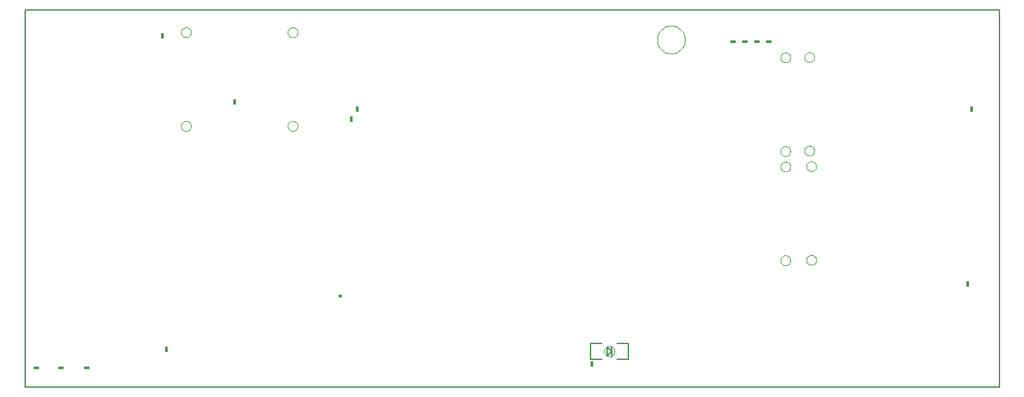
<source format=gbo>
G75*
%MOIN*%
%OFA0B0*%
%FSLAX24Y24*%
%IPPOS*%
%LPD*%
%AMOC8*
5,1,8,0,0,1.08239X$1,22.5*
%
%ADD10C,0.0050*%
%ADD11C,0.0000*%
%ADD12R,0.0300X0.0150*%
%ADD13C,0.0150*%
%ADD14C,0.0010*%
%ADD15R,0.0150X0.0300*%
%ADD16C,0.0080*%
D10*
X006173Y006893D02*
X055173Y006893D01*
X055173Y025893D01*
X006173Y025893D01*
X006173Y006893D01*
D11*
X014023Y020043D02*
X014025Y020074D01*
X014031Y020105D01*
X014041Y020135D01*
X014054Y020163D01*
X014071Y020190D01*
X014091Y020214D01*
X014114Y020236D01*
X014139Y020254D01*
X014167Y020269D01*
X014196Y020281D01*
X014226Y020289D01*
X014257Y020293D01*
X014289Y020293D01*
X014320Y020289D01*
X014350Y020281D01*
X014379Y020269D01*
X014407Y020254D01*
X014432Y020236D01*
X014455Y020214D01*
X014475Y020190D01*
X014492Y020163D01*
X014505Y020135D01*
X014515Y020105D01*
X014521Y020074D01*
X014523Y020043D01*
X014521Y020012D01*
X014515Y019981D01*
X014505Y019951D01*
X014492Y019923D01*
X014475Y019896D01*
X014455Y019872D01*
X014432Y019850D01*
X014407Y019832D01*
X014379Y019817D01*
X014350Y019805D01*
X014320Y019797D01*
X014289Y019793D01*
X014257Y019793D01*
X014226Y019797D01*
X014196Y019805D01*
X014167Y019817D01*
X014139Y019832D01*
X014114Y019850D01*
X014091Y019872D01*
X014071Y019896D01*
X014054Y019923D01*
X014041Y019951D01*
X014031Y019981D01*
X014025Y020012D01*
X014023Y020043D01*
X019393Y020043D02*
X019395Y020074D01*
X019401Y020105D01*
X019411Y020135D01*
X019424Y020163D01*
X019441Y020190D01*
X019461Y020214D01*
X019484Y020236D01*
X019509Y020254D01*
X019537Y020269D01*
X019566Y020281D01*
X019596Y020289D01*
X019627Y020293D01*
X019659Y020293D01*
X019690Y020289D01*
X019720Y020281D01*
X019749Y020269D01*
X019777Y020254D01*
X019802Y020236D01*
X019825Y020214D01*
X019845Y020190D01*
X019862Y020163D01*
X019875Y020135D01*
X019885Y020105D01*
X019891Y020074D01*
X019893Y020043D01*
X019891Y020012D01*
X019885Y019981D01*
X019875Y019951D01*
X019862Y019923D01*
X019845Y019896D01*
X019825Y019872D01*
X019802Y019850D01*
X019777Y019832D01*
X019749Y019817D01*
X019720Y019805D01*
X019690Y019797D01*
X019659Y019793D01*
X019627Y019793D01*
X019596Y019797D01*
X019566Y019805D01*
X019537Y019817D01*
X019509Y019832D01*
X019484Y019850D01*
X019461Y019872D01*
X019441Y019896D01*
X019424Y019923D01*
X019411Y019951D01*
X019401Y019981D01*
X019395Y020012D01*
X019393Y020043D01*
X019393Y024763D02*
X019395Y024794D01*
X019401Y024825D01*
X019411Y024855D01*
X019424Y024883D01*
X019441Y024910D01*
X019461Y024934D01*
X019484Y024956D01*
X019509Y024974D01*
X019537Y024989D01*
X019566Y025001D01*
X019596Y025009D01*
X019627Y025013D01*
X019659Y025013D01*
X019690Y025009D01*
X019720Y025001D01*
X019749Y024989D01*
X019777Y024974D01*
X019802Y024956D01*
X019825Y024934D01*
X019845Y024910D01*
X019862Y024883D01*
X019875Y024855D01*
X019885Y024825D01*
X019891Y024794D01*
X019893Y024763D01*
X019891Y024732D01*
X019885Y024701D01*
X019875Y024671D01*
X019862Y024643D01*
X019845Y024616D01*
X019825Y024592D01*
X019802Y024570D01*
X019777Y024552D01*
X019749Y024537D01*
X019720Y024525D01*
X019690Y024517D01*
X019659Y024513D01*
X019627Y024513D01*
X019596Y024517D01*
X019566Y024525D01*
X019537Y024537D01*
X019509Y024552D01*
X019484Y024570D01*
X019461Y024592D01*
X019441Y024616D01*
X019424Y024643D01*
X019411Y024671D01*
X019401Y024701D01*
X019395Y024732D01*
X019393Y024763D01*
X014023Y024763D02*
X014025Y024794D01*
X014031Y024825D01*
X014041Y024855D01*
X014054Y024883D01*
X014071Y024910D01*
X014091Y024934D01*
X014114Y024956D01*
X014139Y024974D01*
X014167Y024989D01*
X014196Y025001D01*
X014226Y025009D01*
X014257Y025013D01*
X014289Y025013D01*
X014320Y025009D01*
X014350Y025001D01*
X014379Y024989D01*
X014407Y024974D01*
X014432Y024956D01*
X014455Y024934D01*
X014475Y024910D01*
X014492Y024883D01*
X014505Y024855D01*
X014515Y024825D01*
X014521Y024794D01*
X014523Y024763D01*
X014521Y024732D01*
X014515Y024701D01*
X014505Y024671D01*
X014492Y024643D01*
X014475Y024616D01*
X014455Y024592D01*
X014432Y024570D01*
X014407Y024552D01*
X014379Y024537D01*
X014350Y024525D01*
X014320Y024517D01*
X014289Y024513D01*
X014257Y024513D01*
X014226Y024517D01*
X014196Y024525D01*
X014167Y024537D01*
X014139Y024552D01*
X014114Y024570D01*
X014091Y024592D01*
X014071Y024616D01*
X014054Y024643D01*
X014041Y024671D01*
X014031Y024701D01*
X014025Y024732D01*
X014023Y024763D01*
X044173Y023493D02*
X044175Y023524D01*
X044181Y023555D01*
X044191Y023585D01*
X044204Y023613D01*
X044221Y023640D01*
X044241Y023664D01*
X044264Y023686D01*
X044289Y023704D01*
X044317Y023719D01*
X044346Y023731D01*
X044376Y023739D01*
X044407Y023743D01*
X044439Y023743D01*
X044470Y023739D01*
X044500Y023731D01*
X044529Y023719D01*
X044557Y023704D01*
X044582Y023686D01*
X044605Y023664D01*
X044625Y023640D01*
X044642Y023613D01*
X044655Y023585D01*
X044665Y023555D01*
X044671Y023524D01*
X044673Y023493D01*
X044671Y023462D01*
X044665Y023431D01*
X044655Y023401D01*
X044642Y023373D01*
X044625Y023346D01*
X044605Y023322D01*
X044582Y023300D01*
X044557Y023282D01*
X044529Y023267D01*
X044500Y023255D01*
X044470Y023247D01*
X044439Y023243D01*
X044407Y023243D01*
X044376Y023247D01*
X044346Y023255D01*
X044317Y023267D01*
X044289Y023282D01*
X044264Y023300D01*
X044241Y023322D01*
X044221Y023346D01*
X044204Y023373D01*
X044191Y023401D01*
X044181Y023431D01*
X044175Y023462D01*
X044173Y023493D01*
X045373Y023513D02*
X045375Y023544D01*
X045381Y023575D01*
X045391Y023605D01*
X045404Y023633D01*
X045421Y023660D01*
X045441Y023684D01*
X045464Y023706D01*
X045489Y023724D01*
X045517Y023739D01*
X045546Y023751D01*
X045576Y023759D01*
X045607Y023763D01*
X045639Y023763D01*
X045670Y023759D01*
X045700Y023751D01*
X045729Y023739D01*
X045757Y023724D01*
X045782Y023706D01*
X045805Y023684D01*
X045825Y023660D01*
X045842Y023633D01*
X045855Y023605D01*
X045865Y023575D01*
X045871Y023544D01*
X045873Y023513D01*
X045871Y023482D01*
X045865Y023451D01*
X045855Y023421D01*
X045842Y023393D01*
X045825Y023366D01*
X045805Y023342D01*
X045782Y023320D01*
X045757Y023302D01*
X045729Y023287D01*
X045700Y023275D01*
X045670Y023267D01*
X045639Y023263D01*
X045607Y023263D01*
X045576Y023267D01*
X045546Y023275D01*
X045517Y023287D01*
X045489Y023302D01*
X045464Y023320D01*
X045441Y023342D01*
X045421Y023366D01*
X045404Y023393D01*
X045391Y023421D01*
X045381Y023451D01*
X045375Y023482D01*
X045373Y023513D01*
X045373Y018793D02*
X045375Y018824D01*
X045381Y018855D01*
X045391Y018885D01*
X045404Y018913D01*
X045421Y018940D01*
X045441Y018964D01*
X045464Y018986D01*
X045489Y019004D01*
X045517Y019019D01*
X045546Y019031D01*
X045576Y019039D01*
X045607Y019043D01*
X045639Y019043D01*
X045670Y019039D01*
X045700Y019031D01*
X045729Y019019D01*
X045757Y019004D01*
X045782Y018986D01*
X045805Y018964D01*
X045825Y018940D01*
X045842Y018913D01*
X045855Y018885D01*
X045865Y018855D01*
X045871Y018824D01*
X045873Y018793D01*
X045871Y018762D01*
X045865Y018731D01*
X045855Y018701D01*
X045842Y018673D01*
X045825Y018646D01*
X045805Y018622D01*
X045782Y018600D01*
X045757Y018582D01*
X045729Y018567D01*
X045700Y018555D01*
X045670Y018547D01*
X045639Y018543D01*
X045607Y018543D01*
X045576Y018547D01*
X045546Y018555D01*
X045517Y018567D01*
X045489Y018582D01*
X045464Y018600D01*
X045441Y018622D01*
X045421Y018646D01*
X045404Y018673D01*
X045391Y018701D01*
X045381Y018731D01*
X045375Y018762D01*
X045373Y018793D01*
X045473Y018013D02*
X045475Y018044D01*
X045481Y018075D01*
X045491Y018105D01*
X045504Y018133D01*
X045521Y018160D01*
X045541Y018184D01*
X045564Y018206D01*
X045589Y018224D01*
X045617Y018239D01*
X045646Y018251D01*
X045676Y018259D01*
X045707Y018263D01*
X045739Y018263D01*
X045770Y018259D01*
X045800Y018251D01*
X045829Y018239D01*
X045857Y018224D01*
X045882Y018206D01*
X045905Y018184D01*
X045925Y018160D01*
X045942Y018133D01*
X045955Y018105D01*
X045965Y018075D01*
X045971Y018044D01*
X045973Y018013D01*
X045971Y017982D01*
X045965Y017951D01*
X045955Y017921D01*
X045942Y017893D01*
X045925Y017866D01*
X045905Y017842D01*
X045882Y017820D01*
X045857Y017802D01*
X045829Y017787D01*
X045800Y017775D01*
X045770Y017767D01*
X045739Y017763D01*
X045707Y017763D01*
X045676Y017767D01*
X045646Y017775D01*
X045617Y017787D01*
X045589Y017802D01*
X045564Y017820D01*
X045541Y017842D01*
X045521Y017866D01*
X045504Y017893D01*
X045491Y017921D01*
X045481Y017951D01*
X045475Y017982D01*
X045473Y018013D01*
X044173Y017993D02*
X044175Y018024D01*
X044181Y018055D01*
X044191Y018085D01*
X044204Y018113D01*
X044221Y018140D01*
X044241Y018164D01*
X044264Y018186D01*
X044289Y018204D01*
X044317Y018219D01*
X044346Y018231D01*
X044376Y018239D01*
X044407Y018243D01*
X044439Y018243D01*
X044470Y018239D01*
X044500Y018231D01*
X044529Y018219D01*
X044557Y018204D01*
X044582Y018186D01*
X044605Y018164D01*
X044625Y018140D01*
X044642Y018113D01*
X044655Y018085D01*
X044665Y018055D01*
X044671Y018024D01*
X044673Y017993D01*
X044671Y017962D01*
X044665Y017931D01*
X044655Y017901D01*
X044642Y017873D01*
X044625Y017846D01*
X044605Y017822D01*
X044582Y017800D01*
X044557Y017782D01*
X044529Y017767D01*
X044500Y017755D01*
X044470Y017747D01*
X044439Y017743D01*
X044407Y017743D01*
X044376Y017747D01*
X044346Y017755D01*
X044317Y017767D01*
X044289Y017782D01*
X044264Y017800D01*
X044241Y017822D01*
X044221Y017846D01*
X044204Y017873D01*
X044191Y017901D01*
X044181Y017931D01*
X044175Y017962D01*
X044173Y017993D01*
X044173Y018773D02*
X044175Y018804D01*
X044181Y018835D01*
X044191Y018865D01*
X044204Y018893D01*
X044221Y018920D01*
X044241Y018944D01*
X044264Y018966D01*
X044289Y018984D01*
X044317Y018999D01*
X044346Y019011D01*
X044376Y019019D01*
X044407Y019023D01*
X044439Y019023D01*
X044470Y019019D01*
X044500Y019011D01*
X044529Y018999D01*
X044557Y018984D01*
X044582Y018966D01*
X044605Y018944D01*
X044625Y018920D01*
X044642Y018893D01*
X044655Y018865D01*
X044665Y018835D01*
X044671Y018804D01*
X044673Y018773D01*
X044671Y018742D01*
X044665Y018711D01*
X044655Y018681D01*
X044642Y018653D01*
X044625Y018626D01*
X044605Y018602D01*
X044582Y018580D01*
X044557Y018562D01*
X044529Y018547D01*
X044500Y018535D01*
X044470Y018527D01*
X044439Y018523D01*
X044407Y018523D01*
X044376Y018527D01*
X044346Y018535D01*
X044317Y018547D01*
X044289Y018562D01*
X044264Y018580D01*
X044241Y018602D01*
X044221Y018626D01*
X044204Y018653D01*
X044191Y018681D01*
X044181Y018711D01*
X044175Y018742D01*
X044173Y018773D01*
X044173Y013273D02*
X044175Y013304D01*
X044181Y013335D01*
X044191Y013365D01*
X044204Y013393D01*
X044221Y013420D01*
X044241Y013444D01*
X044264Y013466D01*
X044289Y013484D01*
X044317Y013499D01*
X044346Y013511D01*
X044376Y013519D01*
X044407Y013523D01*
X044439Y013523D01*
X044470Y013519D01*
X044500Y013511D01*
X044529Y013499D01*
X044557Y013484D01*
X044582Y013466D01*
X044605Y013444D01*
X044625Y013420D01*
X044642Y013393D01*
X044655Y013365D01*
X044665Y013335D01*
X044671Y013304D01*
X044673Y013273D01*
X044671Y013242D01*
X044665Y013211D01*
X044655Y013181D01*
X044642Y013153D01*
X044625Y013126D01*
X044605Y013102D01*
X044582Y013080D01*
X044557Y013062D01*
X044529Y013047D01*
X044500Y013035D01*
X044470Y013027D01*
X044439Y013023D01*
X044407Y013023D01*
X044376Y013027D01*
X044346Y013035D01*
X044317Y013047D01*
X044289Y013062D01*
X044264Y013080D01*
X044241Y013102D01*
X044221Y013126D01*
X044204Y013153D01*
X044191Y013181D01*
X044181Y013211D01*
X044175Y013242D01*
X044173Y013273D01*
X045473Y013293D02*
X045475Y013324D01*
X045481Y013355D01*
X045491Y013385D01*
X045504Y013413D01*
X045521Y013440D01*
X045541Y013464D01*
X045564Y013486D01*
X045589Y013504D01*
X045617Y013519D01*
X045646Y013531D01*
X045676Y013539D01*
X045707Y013543D01*
X045739Y013543D01*
X045770Y013539D01*
X045800Y013531D01*
X045829Y013519D01*
X045857Y013504D01*
X045882Y013486D01*
X045905Y013464D01*
X045925Y013440D01*
X045942Y013413D01*
X045955Y013385D01*
X045965Y013355D01*
X045971Y013324D01*
X045973Y013293D01*
X045971Y013262D01*
X045965Y013231D01*
X045955Y013201D01*
X045942Y013173D01*
X045925Y013146D01*
X045905Y013122D01*
X045882Y013100D01*
X045857Y013082D01*
X045829Y013067D01*
X045800Y013055D01*
X045770Y013047D01*
X045739Y013043D01*
X045707Y013043D01*
X045676Y013047D01*
X045646Y013055D01*
X045617Y013067D01*
X045589Y013082D01*
X045564Y013100D01*
X045541Y013122D01*
X045521Y013146D01*
X045504Y013173D01*
X045491Y013201D01*
X045481Y013231D01*
X045475Y013262D01*
X045473Y013293D01*
X035317Y008693D02*
X035319Y008724D01*
X035325Y008755D01*
X035334Y008785D01*
X035347Y008814D01*
X035364Y008841D01*
X035384Y008865D01*
X035406Y008887D01*
X035432Y008906D01*
X035459Y008922D01*
X035488Y008934D01*
X035518Y008943D01*
X035549Y008948D01*
X035581Y008949D01*
X035612Y008946D01*
X035643Y008939D01*
X035673Y008929D01*
X035701Y008915D01*
X035727Y008897D01*
X035751Y008877D01*
X035772Y008853D01*
X035791Y008828D01*
X035806Y008800D01*
X035817Y008771D01*
X035825Y008740D01*
X035829Y008709D01*
X035829Y008677D01*
X035825Y008646D01*
X035817Y008615D01*
X035806Y008586D01*
X035791Y008558D01*
X035772Y008533D01*
X035751Y008509D01*
X035727Y008489D01*
X035701Y008471D01*
X035673Y008457D01*
X035643Y008447D01*
X035612Y008440D01*
X035581Y008437D01*
X035549Y008438D01*
X035518Y008443D01*
X035488Y008452D01*
X035459Y008464D01*
X035432Y008480D01*
X035406Y008499D01*
X035384Y008521D01*
X035364Y008545D01*
X035347Y008572D01*
X035334Y008601D01*
X035325Y008631D01*
X035319Y008662D01*
X035317Y008693D01*
D12*
X009298Y007843D03*
X007998Y007843D03*
X006748Y007843D03*
X041773Y024293D03*
X042373Y024293D03*
X042973Y024293D03*
X043573Y024293D03*
D13*
X022034Y011493D02*
X022012Y011493D01*
D14*
X037973Y024393D02*
X037975Y024445D01*
X037981Y024497D01*
X037991Y024549D01*
X038004Y024599D01*
X038021Y024649D01*
X038042Y024697D01*
X038067Y024743D01*
X038095Y024787D01*
X038126Y024829D01*
X038160Y024869D01*
X038197Y024906D01*
X038237Y024940D01*
X038279Y024971D01*
X038323Y024999D01*
X038369Y025024D01*
X038417Y025045D01*
X038467Y025062D01*
X038517Y025075D01*
X038569Y025085D01*
X038621Y025091D01*
X038673Y025093D01*
X038725Y025091D01*
X038777Y025085D01*
X038829Y025075D01*
X038879Y025062D01*
X038929Y025045D01*
X038977Y025024D01*
X039023Y024999D01*
X039067Y024971D01*
X039109Y024940D01*
X039149Y024906D01*
X039186Y024869D01*
X039220Y024829D01*
X039251Y024787D01*
X039279Y024743D01*
X039304Y024697D01*
X039325Y024649D01*
X039342Y024599D01*
X039355Y024549D01*
X039365Y024497D01*
X039371Y024445D01*
X039373Y024393D01*
X039371Y024341D01*
X039365Y024289D01*
X039355Y024237D01*
X039342Y024187D01*
X039325Y024137D01*
X039304Y024089D01*
X039279Y024043D01*
X039251Y023999D01*
X039220Y023957D01*
X039186Y023917D01*
X039149Y023880D01*
X039109Y023846D01*
X039067Y023815D01*
X039023Y023787D01*
X038977Y023762D01*
X038929Y023741D01*
X038879Y023724D01*
X038829Y023711D01*
X038777Y023701D01*
X038725Y023695D01*
X038673Y023693D01*
X038621Y023695D01*
X038569Y023701D01*
X038517Y023711D01*
X038467Y023724D01*
X038417Y023741D01*
X038369Y023762D01*
X038323Y023787D01*
X038279Y023815D01*
X038237Y023846D01*
X038197Y023880D01*
X038160Y023917D01*
X038126Y023957D01*
X038095Y023999D01*
X038067Y024043D01*
X038042Y024089D01*
X038021Y024137D01*
X038004Y024187D01*
X037991Y024237D01*
X037981Y024289D01*
X037975Y024341D01*
X037973Y024393D01*
D15*
X022873Y020893D03*
X022573Y020393D03*
X016723Y021243D03*
X013073Y024593D03*
X013273Y008793D03*
X034698Y008043D03*
X053573Y012093D03*
X053773Y020893D03*
D16*
X036518Y009087D02*
X035967Y009087D01*
X035691Y008969D02*
X035691Y008693D01*
X035455Y008930D01*
X035455Y008457D01*
X035691Y008693D01*
X035691Y008418D01*
X035967Y008300D02*
X036518Y008300D01*
X036518Y009087D01*
X035179Y009087D02*
X034628Y009087D01*
X034628Y008300D01*
X035179Y008300D01*
M02*

</source>
